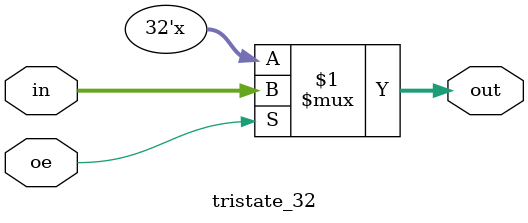
<source format=v>
module tristate_32(in, oe, out);
    input [31:0] in;
    input oe;
    output [31:0] out;

    assign out = oe ? in : 32'bz;
endmodule
</source>
